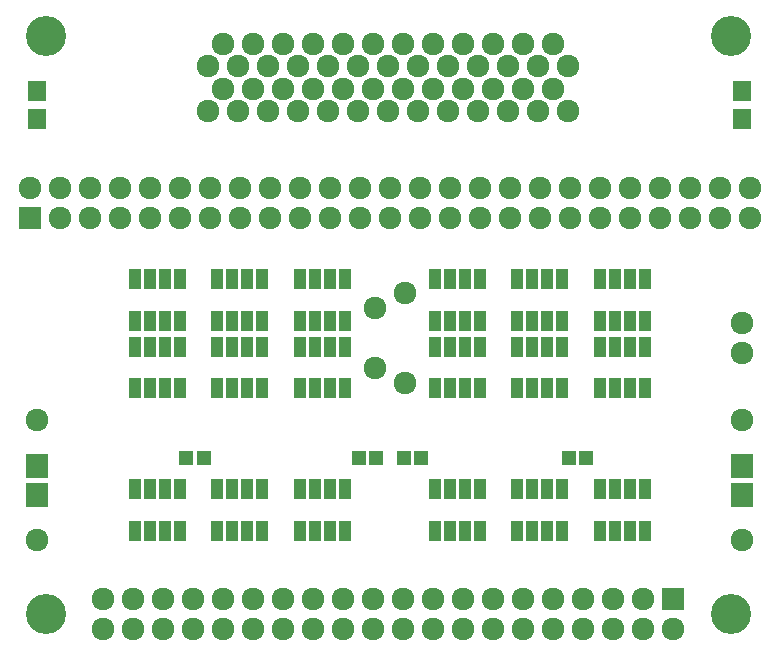
<source format=gbs>
%TF.GenerationSoftware,KiCad,Pcbnew,4.0.7*%
%TF.CreationDate,2017-10-24T10:16:06+09:00*%
%TF.ProjectId,RaSCSI,5261534353492E6B696361645F706362,rev?*%
%TF.FileFunction,Soldermask,Bot*%
%FSLAX46Y46*%
G04 Gerber Fmt 4.6, Leading zero omitted, Abs format (unit mm)*
G04 Created by KiCad (PCBNEW 4.0.7) date 10/24/17 10:16:06*
%MOMM*%
%LPD*%
G01*
G04 APERTURE LIST*
%ADD10C,0.100000*%
%ADD11C,1.924000*%
%ADD12C,3.399700*%
%ADD13R,1.050000X1.700000*%
%ADD14R,1.924000X1.924000*%
%ADD15R,1.200000X1.150000*%
%ADD16R,1.600000X1.770000*%
%ADD17R,1.924000X2.100000*%
G04 APERTURE END LIST*
D10*
D11*
X137030000Y-71000000D03*
X138300000Y-72910000D03*
X139570000Y-71000000D03*
X140840000Y-72910000D03*
X142110000Y-71000000D03*
X143380000Y-72910000D03*
X144650000Y-71000000D03*
X145920000Y-72910000D03*
X147190000Y-71000000D03*
X148460000Y-72910000D03*
X149730000Y-71000000D03*
X151000000Y-72910000D03*
X152270000Y-71000000D03*
X153540000Y-72910000D03*
X135760000Y-72910000D03*
X154810000Y-71000000D03*
X156080000Y-72910000D03*
X157350000Y-71000000D03*
X158620000Y-72910000D03*
X159890000Y-71000000D03*
X161160000Y-72910000D03*
X162430000Y-71000000D03*
X163700000Y-72910000D03*
X164970000Y-71000000D03*
X166240000Y-72910000D03*
X135760000Y-69090000D03*
X137030000Y-67180000D03*
X138300000Y-69090000D03*
X139570000Y-67180000D03*
X140840000Y-69090000D03*
X142110000Y-67180000D03*
X143380000Y-69090000D03*
X144650000Y-67180000D03*
X145920000Y-69090000D03*
X147190000Y-67180000D03*
X148460000Y-69090000D03*
X149730000Y-67180000D03*
X151000000Y-69090000D03*
X152270000Y-67180000D03*
X153540000Y-69090000D03*
X154810000Y-67180000D03*
X156080000Y-69090000D03*
X157350000Y-67180000D03*
X158620000Y-69090000D03*
X159890000Y-67180000D03*
X161160000Y-69090000D03*
X162430000Y-67180000D03*
X163700000Y-69090000D03*
X164970000Y-67180000D03*
X166240000Y-69090000D03*
D12*
X180000000Y-115500000D03*
D13*
X133350000Y-104930000D03*
X132080000Y-104930000D03*
X130810000Y-104930000D03*
X129540000Y-104930000D03*
X133350000Y-108430000D03*
X132080000Y-108430000D03*
X130810000Y-108430000D03*
X129540000Y-108430000D03*
D11*
X152400000Y-95885000D03*
X152400000Y-88265000D03*
X180975000Y-109220000D03*
X180975000Y-99060000D03*
D14*
X175130000Y-114210000D03*
D11*
X175130000Y-116750000D03*
X172590000Y-114210000D03*
X172590000Y-116750000D03*
X170050000Y-114210000D03*
X170050000Y-116750000D03*
X167510000Y-114210000D03*
X167510000Y-116750000D03*
X164970000Y-114210000D03*
X164970000Y-116750000D03*
X162430000Y-114210000D03*
X162430000Y-116750000D03*
X159890000Y-114210000D03*
X159890000Y-116750000D03*
X157350000Y-114210000D03*
X157350000Y-116750000D03*
X154810000Y-114210000D03*
X154810000Y-116750000D03*
X152270000Y-114210000D03*
X152270000Y-116750000D03*
X149730000Y-114210000D03*
X149730000Y-116750000D03*
X147190000Y-114210000D03*
X147190000Y-116750000D03*
X144650000Y-114210000D03*
X144650000Y-116750000D03*
X142110000Y-114210000D03*
X142110000Y-116750000D03*
X139570000Y-114210000D03*
X139570000Y-116750000D03*
X137030000Y-114210000D03*
X137030000Y-116750000D03*
X134490000Y-114210000D03*
X134490000Y-116750000D03*
X131950000Y-114210000D03*
X131950000Y-116750000D03*
X129410000Y-114210000D03*
X129410000Y-116750000D03*
X126870000Y-114210000D03*
X126870000Y-116750000D03*
D15*
X166255000Y-102235000D03*
X167755000Y-102235000D03*
X152285000Y-102235000D03*
X153785000Y-102235000D03*
X149975000Y-102235000D03*
X148475000Y-102235000D03*
X135370000Y-102235000D03*
X133870000Y-102235000D03*
D11*
X180975000Y-93345000D03*
X180975000Y-90805000D03*
X149860000Y-94615000D03*
X149860000Y-89535000D03*
X121285000Y-109220000D03*
X121285000Y-99060000D03*
D16*
X180975000Y-73575000D03*
X180975000Y-71205000D03*
X121285000Y-73575000D03*
X121285000Y-71205000D03*
D13*
X140335000Y-104930000D03*
X139065000Y-104930000D03*
X137795000Y-104930000D03*
X136525000Y-104930000D03*
X140335000Y-108430000D03*
X139065000Y-108430000D03*
X137795000Y-108430000D03*
X136525000Y-108430000D03*
X147320000Y-104930000D03*
X146050000Y-104930000D03*
X144780000Y-104930000D03*
X143510000Y-104930000D03*
X147320000Y-108430000D03*
X146050000Y-108430000D03*
X144780000Y-108430000D03*
X143510000Y-108430000D03*
X172720000Y-104930000D03*
X171450000Y-104930000D03*
X170180000Y-104930000D03*
X168910000Y-104930000D03*
X172720000Y-108430000D03*
X171450000Y-108430000D03*
X170180000Y-108430000D03*
X168910000Y-108430000D03*
X165735000Y-104930000D03*
X164465000Y-104930000D03*
X163195000Y-104930000D03*
X161925000Y-104930000D03*
X165735000Y-108430000D03*
X164465000Y-108430000D03*
X163195000Y-108430000D03*
X161925000Y-108430000D03*
X136525000Y-96365000D03*
X137795000Y-96365000D03*
X139065000Y-96365000D03*
X140335000Y-96365000D03*
X136525000Y-92865000D03*
X137795000Y-92865000D03*
X139065000Y-92865000D03*
X140335000Y-92865000D03*
X143510000Y-90650000D03*
X144780000Y-90650000D03*
X146050000Y-90650000D03*
X147320000Y-90650000D03*
X143510000Y-87150000D03*
X144780000Y-87150000D03*
X146050000Y-87150000D03*
X147320000Y-87150000D03*
X129540000Y-96365000D03*
X130810000Y-96365000D03*
X132080000Y-96365000D03*
X133350000Y-96365000D03*
X129540000Y-92865000D03*
X130810000Y-92865000D03*
X132080000Y-92865000D03*
X133350000Y-92865000D03*
X136525000Y-90650000D03*
X137795000Y-90650000D03*
X139065000Y-90650000D03*
X140335000Y-90650000D03*
X136525000Y-87150000D03*
X137795000Y-87150000D03*
X139065000Y-87150000D03*
X140335000Y-87150000D03*
X172720000Y-92865000D03*
X171450000Y-92865000D03*
X170180000Y-92865000D03*
X168910000Y-92865000D03*
X172720000Y-96365000D03*
X171450000Y-96365000D03*
X170180000Y-96365000D03*
X168910000Y-96365000D03*
X172720000Y-87150000D03*
X171450000Y-87150000D03*
X170180000Y-87150000D03*
X168910000Y-87150000D03*
X172720000Y-90650000D03*
X171450000Y-90650000D03*
X170180000Y-90650000D03*
X168910000Y-90650000D03*
X165735000Y-92865000D03*
X164465000Y-92865000D03*
X163195000Y-92865000D03*
X161925000Y-92865000D03*
X165735000Y-96365000D03*
X164465000Y-96365000D03*
X163195000Y-96365000D03*
X161925000Y-96365000D03*
X165735000Y-87150000D03*
X164465000Y-87150000D03*
X163195000Y-87150000D03*
X161925000Y-87150000D03*
X165735000Y-90650000D03*
X164465000Y-90650000D03*
X163195000Y-90650000D03*
X161925000Y-90650000D03*
X158750000Y-92865000D03*
X157480000Y-92865000D03*
X156210000Y-92865000D03*
X154940000Y-92865000D03*
X158750000Y-96365000D03*
X157480000Y-96365000D03*
X156210000Y-96365000D03*
X154940000Y-96365000D03*
X158750000Y-87150000D03*
X157480000Y-87150000D03*
X156210000Y-87150000D03*
X154940000Y-87150000D03*
X158750000Y-90650000D03*
X157480000Y-90650000D03*
X156210000Y-90650000D03*
X154940000Y-90650000D03*
X158750000Y-104930000D03*
X157480000Y-104930000D03*
X156210000Y-104930000D03*
X154940000Y-104930000D03*
X158750000Y-108430000D03*
X157480000Y-108430000D03*
X156210000Y-108430000D03*
X154940000Y-108430000D03*
X143510000Y-96365000D03*
X144780000Y-96365000D03*
X146050000Y-96365000D03*
X147320000Y-96365000D03*
X143510000Y-92865000D03*
X144780000Y-92865000D03*
X146050000Y-92865000D03*
X147320000Y-92865000D03*
X129540000Y-90650000D03*
X130810000Y-90650000D03*
X132080000Y-90650000D03*
X133350000Y-90650000D03*
X129540000Y-87150000D03*
X130810000Y-87150000D03*
X132080000Y-87150000D03*
X133350000Y-87150000D03*
D17*
X180975000Y-102908000D03*
X180975000Y-105372000D03*
X121285000Y-102908000D03*
X121285000Y-105372000D03*
D12*
X122000000Y-115500000D03*
X122000000Y-66500000D03*
X180000000Y-66500000D03*
D14*
X120650000Y-81915000D03*
D11*
X120650000Y-79375000D03*
X123190000Y-81915000D03*
X123190000Y-79375000D03*
X125730000Y-81915000D03*
X125730000Y-79375000D03*
X128270000Y-81915000D03*
X128270000Y-79375000D03*
X130810000Y-81915000D03*
X130810000Y-79375000D03*
X133350000Y-81915000D03*
X133350000Y-79375000D03*
X135890000Y-81915000D03*
X135890000Y-79375000D03*
X138430000Y-81915000D03*
X138430000Y-79375000D03*
X140970000Y-81915000D03*
X140970000Y-79375000D03*
X143510000Y-81915000D03*
X143510000Y-79375000D03*
X146050000Y-81915000D03*
X146050000Y-79375000D03*
X148590000Y-81915000D03*
X148590000Y-79375000D03*
X151130000Y-81915000D03*
X151130000Y-79375000D03*
X153670000Y-81915000D03*
X153670000Y-79375000D03*
X156210000Y-81915000D03*
X156210000Y-79375000D03*
X158750000Y-81915000D03*
X158750000Y-79375000D03*
X161290000Y-81915000D03*
X161290000Y-79375000D03*
X163830000Y-81915000D03*
X163830000Y-79375000D03*
X166370000Y-81915000D03*
X166370000Y-79375000D03*
X168910000Y-81915000D03*
X168910000Y-79375000D03*
X171450000Y-81915000D03*
X171450000Y-79375000D03*
X173990000Y-81915000D03*
X173990000Y-79375000D03*
X176530000Y-81915000D03*
X176530000Y-79375000D03*
X179070000Y-81915000D03*
X179070000Y-79375000D03*
X181610000Y-81915000D03*
X181610000Y-79375000D03*
M02*

</source>
